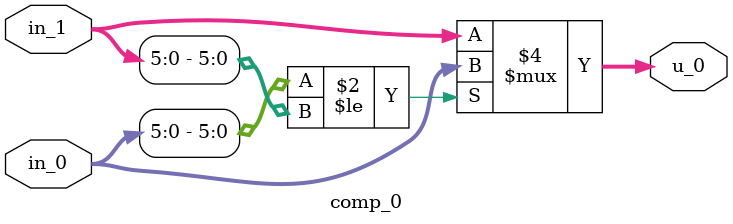
<source format=sv>
module comp_0(input logic[10:0] in_0, input logic[10:0] in_1, output logic[10:0] u_0);

always_comb begin
if(in_0[5:0] <= in_1[5:0])
    u_0 = in_0;
else
    u_0 = in_1;
end

endmodule

</source>
